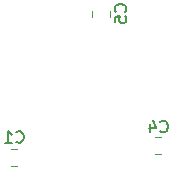
<source format=gbr>
%TF.GenerationSoftware,KiCad,Pcbnew,7.0.5-0*%
%TF.CreationDate,2023-07-02T04:04:51-04:00*%
%TF.ProjectId,Tutorial,5475746f-7269-4616-9c2e-6b696361645f,rev?*%
%TF.SameCoordinates,Original*%
%TF.FileFunction,Legend,Bot*%
%TF.FilePolarity,Positive*%
%FSLAX46Y46*%
G04 Gerber Fmt 4.6, Leading zero omitted, Abs format (unit mm)*
G04 Created by KiCad (PCBNEW 7.0.5-0) date 2023-07-02 04:04:51*
%MOMM*%
%LPD*%
G01*
G04 APERTURE LIST*
%ADD10C,0.150000*%
%ADD11C,0.120000*%
G04 APERTURE END LIST*
D10*
%TO.C,C5*%
X83795830Y-48252083D02*
X83843450Y-48204464D01*
X83843450Y-48204464D02*
X83891069Y-48061607D01*
X83891069Y-48061607D02*
X83891069Y-47966369D01*
X83891069Y-47966369D02*
X83843450Y-47823512D01*
X83843450Y-47823512D02*
X83748211Y-47728274D01*
X83748211Y-47728274D02*
X83652973Y-47680655D01*
X83652973Y-47680655D02*
X83462497Y-47633036D01*
X83462497Y-47633036D02*
X83319640Y-47633036D01*
X83319640Y-47633036D02*
X83129164Y-47680655D01*
X83129164Y-47680655D02*
X83033926Y-47728274D01*
X83033926Y-47728274D02*
X82938688Y-47823512D01*
X82938688Y-47823512D02*
X82891069Y-47966369D01*
X82891069Y-47966369D02*
X82891069Y-48061607D01*
X82891069Y-48061607D02*
X82938688Y-48204464D01*
X82938688Y-48204464D02*
X82986307Y-48252083D01*
X82891069Y-49156845D02*
X82891069Y-48680655D01*
X82891069Y-48680655D02*
X83367259Y-48633036D01*
X83367259Y-48633036D02*
X83319640Y-48680655D01*
X83319640Y-48680655D02*
X83272021Y-48775893D01*
X83272021Y-48775893D02*
X83272021Y-49013988D01*
X83272021Y-49013988D02*
X83319640Y-49109226D01*
X83319640Y-49109226D02*
X83367259Y-49156845D01*
X83367259Y-49156845D02*
X83462497Y-49204464D01*
X83462497Y-49204464D02*
X83700592Y-49204464D01*
X83700592Y-49204464D02*
X83795830Y-49156845D01*
X83795830Y-49156845D02*
X83843450Y-49109226D01*
X83843450Y-49109226D02*
X83891069Y-49013988D01*
X83891069Y-49013988D02*
X83891069Y-48775893D01*
X83891069Y-48775893D02*
X83843450Y-48680655D01*
X83843450Y-48680655D02*
X83795830Y-48633036D01*
%TO.C,C1*%
X74566666Y-59279580D02*
X74614285Y-59327200D01*
X74614285Y-59327200D02*
X74757142Y-59374819D01*
X74757142Y-59374819D02*
X74852380Y-59374819D01*
X74852380Y-59374819D02*
X74995237Y-59327200D01*
X74995237Y-59327200D02*
X75090475Y-59231961D01*
X75090475Y-59231961D02*
X75138094Y-59136723D01*
X75138094Y-59136723D02*
X75185713Y-58946247D01*
X75185713Y-58946247D02*
X75185713Y-58803390D01*
X75185713Y-58803390D02*
X75138094Y-58612914D01*
X75138094Y-58612914D02*
X75090475Y-58517676D01*
X75090475Y-58517676D02*
X74995237Y-58422438D01*
X74995237Y-58422438D02*
X74852380Y-58374819D01*
X74852380Y-58374819D02*
X74757142Y-58374819D01*
X74757142Y-58374819D02*
X74614285Y-58422438D01*
X74614285Y-58422438D02*
X74566666Y-58470057D01*
X73614285Y-59374819D02*
X74185713Y-59374819D01*
X73899999Y-59374819D02*
X73899999Y-58374819D01*
X73899999Y-58374819D02*
X73995237Y-58517676D01*
X73995237Y-58517676D02*
X74090475Y-58612914D01*
X74090475Y-58612914D02*
X74185713Y-58660533D01*
%TO.C,C4*%
X86766666Y-58372080D02*
X86814285Y-58419700D01*
X86814285Y-58419700D02*
X86957142Y-58467319D01*
X86957142Y-58467319D02*
X87052380Y-58467319D01*
X87052380Y-58467319D02*
X87195237Y-58419700D01*
X87195237Y-58419700D02*
X87290475Y-58324461D01*
X87290475Y-58324461D02*
X87338094Y-58229223D01*
X87338094Y-58229223D02*
X87385713Y-58038747D01*
X87385713Y-58038747D02*
X87385713Y-57895890D01*
X87385713Y-57895890D02*
X87338094Y-57705414D01*
X87338094Y-57705414D02*
X87290475Y-57610176D01*
X87290475Y-57610176D02*
X87195237Y-57514938D01*
X87195237Y-57514938D02*
X87052380Y-57467319D01*
X87052380Y-57467319D02*
X86957142Y-57467319D01*
X86957142Y-57467319D02*
X86814285Y-57514938D01*
X86814285Y-57514938D02*
X86766666Y-57562557D01*
X85909523Y-57800652D02*
X85909523Y-58467319D01*
X86147618Y-57419700D02*
X86385713Y-58133985D01*
X86385713Y-58133985D02*
X85766666Y-58133985D01*
D11*
%TO.C,C5*%
X81021250Y-48680002D02*
X81021250Y-48157498D01*
X82491250Y-48680002D02*
X82491250Y-48157498D01*
%TO.C,C1*%
X74661252Y-61335000D02*
X74138748Y-61335000D01*
X74661252Y-59865000D02*
X74138748Y-59865000D01*
%TO.C,C4*%
X86338748Y-58865000D02*
X86861252Y-58865000D01*
X86338748Y-60335000D02*
X86861252Y-60335000D01*
%TD*%
M02*

</source>
